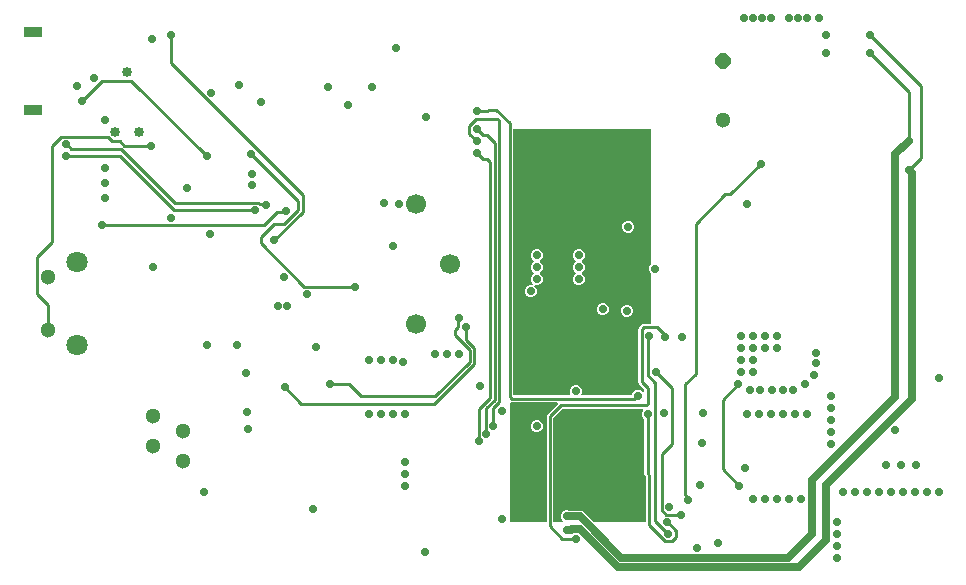
<source format=gbl>
G04*
G04 #@! TF.GenerationSoftware,Altium Limited,Altium Designer,21.5.1 (32)*
G04*
G04 Layer_Physical_Order=4*
G04 Layer_Color=16711680*
%FSLAX25Y25*%
%MOIN*%
G70*
G04*
G04 #@! TF.SameCoordinates,FA076E1F-1FF3-4579-943B-07A78E15B8C1*
G04*
G04*
G04 #@! TF.FilePolarity,Positive*
G04*
G01*
G75*
%ADD10C,0.01000*%
%ADD92C,0.03347*%
%ADD96C,0.03150*%
%ADD99C,0.02500*%
%ADD100C,0.06693*%
%ADD101P,0.05540X8X112.5*%
%ADD102C,0.05118*%
%ADD103C,0.07087*%
G04:AMPARAMS|DCode=104|XSize=35.43mil|YSize=62.99mil|CornerRadius=8.86mil|HoleSize=0mil|Usage=FLASHONLY|Rotation=270.000|XOffset=0mil|YOffset=0mil|HoleType=Round|Shape=RoundedRectangle|*
%AMROUNDEDRECTD104*
21,1,0.03543,0.04528,0,0,270.0*
21,1,0.01772,0.06299,0,0,270.0*
1,1,0.01772,-0.02264,-0.00886*
1,1,0.01772,-0.02264,0.00886*
1,1,0.01772,0.02264,0.00886*
1,1,0.01772,0.02264,-0.00886*
%
%ADD104ROUNDEDRECTD104*%
%ADD105C,0.02800*%
G36*
X212000Y107828D02*
X211805Y107633D01*
X211500Y106898D01*
Y106102D01*
X211805Y105367D01*
X212000Y105172D01*
Y88122D01*
X209586D01*
X209157Y88036D01*
X208793Y87793D01*
X208793Y87793D01*
X208207Y87207D01*
X207964Y86843D01*
X207878Y86414D01*
X207878Y86414D01*
Y68914D01*
X207878Y68914D01*
X207964Y68485D01*
X208207Y68121D01*
X209878Y66450D01*
Y65603D01*
X209609Y65482D01*
X209379Y65450D01*
X208865Y65963D01*
X208130Y66268D01*
X207334D01*
X206599Y65963D01*
X206037Y65401D01*
X205732Y64666D01*
Y64277D01*
X189103D01*
X188801Y64777D01*
X189000Y65258D01*
Y66053D01*
X188696Y66789D01*
X188133Y67351D01*
X187398Y67656D01*
X186602D01*
X185867Y67351D01*
X185304Y66789D01*
X185000Y66053D01*
Y65258D01*
X185199Y64777D01*
X184897Y64277D01*
X166122D01*
Y153000D01*
X212000D01*
Y107828D01*
D02*
G37*
G36*
X209550Y59378D02*
X209304Y59133D01*
X209000Y58398D01*
Y57602D01*
X209304Y56867D01*
X209867Y56305D01*
X209878Y56300D01*
Y38204D01*
X209878Y38204D01*
X209964Y37775D01*
X210207Y37411D01*
X210279Y37340D01*
Y22000D01*
X193135D01*
X189858Y25276D01*
X189247Y25685D01*
X188525Y25829D01*
X184811D01*
X184398Y26000D01*
X183602D01*
X182867Y25695D01*
X182305Y25133D01*
X182000Y24398D01*
Y23602D01*
X182305Y22867D01*
X182672Y22500D01*
X182465Y22000D01*
X179522D01*
Y56935D01*
X182465Y59878D01*
X209343D01*
X209550Y59378D01*
D02*
G37*
G36*
X165586Y62034D02*
X180741D01*
X180948Y61534D01*
X177607Y58193D01*
X177364Y57829D01*
X177278Y57400D01*
X177278Y57400D01*
Y22000D01*
X165000D01*
Y61668D01*
X165500Y62051D01*
X165586Y62034D01*
D02*
G37*
%LPC*%
G36*
X204898Y122500D02*
X204102D01*
X203367Y122195D01*
X202804Y121633D01*
X202500Y120898D01*
Y120102D01*
X202804Y119367D01*
X203367Y118805D01*
X204102Y118500D01*
X204898D01*
X205633Y118805D01*
X206195Y119367D01*
X206500Y120102D01*
Y120898D01*
X206195Y121633D01*
X205633Y122195D01*
X204898Y122500D01*
D02*
G37*
G36*
X188398Y113000D02*
X187602D01*
X186867Y112696D01*
X186304Y112133D01*
X186000Y111398D01*
Y110602D01*
X186304Y109867D01*
X186867Y109304D01*
X186999Y109250D01*
Y108750D01*
X186867Y108695D01*
X186304Y108133D01*
X186000Y107398D01*
Y106602D01*
X186304Y105867D01*
X186867Y105305D01*
X186999Y105250D01*
Y104750D01*
X186867Y104695D01*
X186304Y104133D01*
X186000Y103398D01*
Y102602D01*
X186304Y101867D01*
X186867Y101304D01*
X187602Y101000D01*
X188398D01*
X189133Y101304D01*
X189696Y101867D01*
X190000Y102602D01*
Y103398D01*
X189696Y104133D01*
X189133Y104695D01*
X189001Y104750D01*
Y105250D01*
X189133Y105305D01*
X189696Y105867D01*
X190000Y106602D01*
Y107398D01*
X189696Y108133D01*
X189133Y108695D01*
X189001Y108750D01*
Y109250D01*
X189133Y109304D01*
X189696Y109867D01*
X190000Y110602D01*
Y111398D01*
X189696Y112133D01*
X189133Y112696D01*
X188398Y113000D01*
D02*
G37*
G36*
X174398D02*
X173602D01*
X172867Y112696D01*
X172304Y112133D01*
X172000Y111398D01*
Y110602D01*
X172304Y109867D01*
X172867Y109304D01*
X172999Y109250D01*
Y108750D01*
X172867Y108695D01*
X172304Y108133D01*
X172000Y107398D01*
Y106602D01*
X172304Y105867D01*
X172867Y105305D01*
X172999Y105250D01*
Y104750D01*
X172867Y104695D01*
X172304Y104133D01*
X172000Y103398D01*
Y102602D01*
X172304Y101867D01*
X172795Y101377D01*
X172512Y100953D01*
X172398Y101000D01*
X171602D01*
X170867Y100696D01*
X170305Y100133D01*
X170000Y99398D01*
Y98602D01*
X170305Y97867D01*
X170867Y97304D01*
X171602Y97000D01*
X172398D01*
X173133Y97304D01*
X173696Y97867D01*
X174000Y98602D01*
Y99398D01*
X173696Y100133D01*
X173205Y100623D01*
X173488Y101047D01*
X173602Y101000D01*
X174398D01*
X175133Y101304D01*
X175696Y101867D01*
X176000Y102602D01*
Y103398D01*
X175696Y104133D01*
X175133Y104695D01*
X175001Y104750D01*
Y105250D01*
X175133Y105305D01*
X175696Y105867D01*
X176000Y106602D01*
Y107398D01*
X175696Y108133D01*
X175133Y108695D01*
X175001Y108750D01*
Y109250D01*
X175133Y109304D01*
X175696Y109867D01*
X176000Y110602D01*
Y111398D01*
X175696Y112133D01*
X175133Y112696D01*
X174398Y113000D01*
D02*
G37*
G36*
X196398Y95000D02*
X195602D01*
X194867Y94696D01*
X194305Y94133D01*
X194000Y93398D01*
Y92602D01*
X194305Y91867D01*
X194867Y91304D01*
X195602Y91000D01*
X196398D01*
X197133Y91304D01*
X197696Y91867D01*
X198000Y92602D01*
Y93398D01*
X197696Y94133D01*
X197133Y94696D01*
X196398Y95000D01*
D02*
G37*
G36*
X204398Y94500D02*
X203602D01*
X202867Y94195D01*
X202305Y93633D01*
X202000Y92898D01*
Y92102D01*
X202305Y91367D01*
X202867Y90804D01*
X203602Y90500D01*
X204398D01*
X205133Y90804D01*
X205696Y91367D01*
X206000Y92102D01*
Y92898D01*
X205696Y93633D01*
X205133Y94195D01*
X204398Y94500D01*
D02*
G37*
G36*
X174398Y56000D02*
X173602D01*
X172867Y55695D01*
X172304Y55133D01*
X172000Y54398D01*
Y53602D01*
X172304Y52867D01*
X172867Y52305D01*
X173602Y52000D01*
X174398D01*
X175133Y52305D01*
X175696Y52867D01*
X176000Y53602D01*
Y54398D01*
X175696Y55133D01*
X175133Y55695D01*
X174398Y56000D01*
D02*
G37*
%LPD*%
D10*
X165000Y63741D02*
Y155000D01*
X160500Y159500D02*
X165000Y155000D01*
X165586Y63156D02*
X206246D01*
X165000Y63741D02*
X165586Y63156D01*
X238430Y131328D02*
X248602Y141500D01*
X227000Y121500D02*
X236828Y131328D01*
X238430D01*
X154193Y153000D02*
X156097Y151096D01*
X153900Y153000D02*
X154193D01*
X154207Y145000D02*
X156104Y143103D01*
X153900Y159000D02*
X157400D01*
X156097Y151096D02*
X157404D01*
X153865Y156500D02*
X160914D01*
X151400Y154035D02*
X153865Y156500D01*
X153900Y145000D02*
X154207D01*
X151400Y151500D02*
Y154035D01*
X156104Y143103D02*
X157411D01*
X151400Y151500D02*
X153900Y149000D01*
X146569Y86081D02*
X147656Y87169D01*
Y89656D01*
X146569Y84398D02*
Y86081D01*
X147656Y89656D02*
X148000Y90000D01*
X146569Y84398D02*
X151600Y79366D01*
X157411Y143103D02*
X158300Y142214D01*
X157900Y159500D02*
X160500D01*
X157404Y151096D02*
X159900Y148600D01*
X157400Y159000D02*
X157900Y159500D01*
X211000Y38204D02*
X211400Y37804D01*
X211000Y38204D02*
Y58000D01*
Y71098D02*
X213500Y68598D01*
Y22374D02*
X217673Y18201D01*
X213500Y22374D02*
Y68598D01*
X211400Y21154D02*
X216853Y15701D01*
X211400Y21154D02*
Y37804D01*
X209000Y68914D02*
X211000Y66914D01*
Y61586D02*
Y66914D01*
X210414Y61000D02*
X211000Y61586D01*
X182000Y61000D02*
X210414D01*
X211000Y71098D02*
Y82527D01*
X211156Y83669D02*
X211500Y84013D01*
X211156Y82683D02*
Y83669D01*
X211000Y82527D02*
X211156Y82683D01*
X209000Y86414D02*
X209586Y87000D01*
X209000Y68914D02*
Y86414D01*
X209586Y87000D02*
X213987D01*
X207359Y64268D02*
X207732D01*
X206246Y63156D02*
X207359Y64268D01*
X178400Y20620D02*
Y57400D01*
X182000Y61000D01*
X217670Y21955D02*
X220389Y19236D01*
X215600Y25992D02*
Y44613D01*
X220389Y17165D02*
Y19236D01*
X215600Y44613D02*
X219000Y48013D01*
Y66634D01*
X216853Y15701D02*
X218924D01*
X215600Y25992D02*
X217092Y24500D01*
X213634Y72000D02*
X219000Y66634D01*
X218924Y15701D02*
X220389Y17165D01*
X217673Y18201D02*
X217888D01*
X217455Y21955D02*
X217670D01*
X217092Y24500D02*
X222000D01*
X95468Y61532D02*
X139794D01*
X90000Y67000D02*
X95468Y61532D01*
X105000Y68000D02*
X111401D01*
X115401Y64000D01*
X182533Y16487D02*
X187000D01*
X178400Y20620D02*
X182533Y16487D01*
X213987Y87000D02*
X216675Y84312D01*
X160914Y156500D02*
X161500Y155914D01*
Y62237D02*
Y155914D01*
X157000Y60000D02*
X159900Y62900D01*
Y148600D01*
X235931Y62932D02*
X241000Y68000D01*
X223500Y68036D02*
X227000Y71535D01*
X224500Y29500D02*
Y29986D01*
X223500Y30986D02*
Y68036D01*
Y30986D02*
X224500Y29986D01*
X235931Y39616D02*
Y62932D01*
X302000Y143370D02*
Y167500D01*
X298000Y139370D02*
X302000Y143370D01*
X285000Y184500D02*
X302000Y167500D01*
X285000Y178500D02*
X298000Y165500D01*
Y149213D02*
Y165500D01*
X227000Y71535D02*
Y121500D01*
X158300Y63563D02*
Y142214D01*
X154596Y59859D02*
X158300Y63563D01*
X159500Y60237D02*
X161500Y62237D01*
X153200Y74937D02*
Y80029D01*
X139794Y61532D02*
X153200Y74937D01*
X151600Y75600D02*
Y79366D01*
X140000Y64000D02*
X151600Y75600D01*
X150500Y82729D02*
X153200Y80029D01*
X150500Y82729D02*
Y87000D01*
X115401Y64000D02*
X140000D01*
X159500Y54000D02*
Y60237D01*
X154596Y49288D02*
X154692Y49192D01*
X154596Y49288D02*
Y59859D01*
X157000Y51692D02*
Y60000D01*
Y51692D02*
X157096Y51596D01*
X30939Y150500D02*
X32311Y149128D01*
X34918D01*
X36547Y147500D01*
X15500Y150500D02*
X30939D01*
X12500Y147500D02*
X15500Y150500D01*
X12500Y115500D02*
Y147500D01*
X7341Y110341D02*
X12500Y115500D01*
X35000Y144000D02*
X52898Y126102D01*
X17000Y144000D02*
X35000D01*
X36547Y147500D02*
X45500D01*
X35284Y146500D02*
X53278Y128506D01*
X17357Y148000D02*
X18857Y146500D01*
X35284D01*
X96000Y125464D02*
Y131000D01*
X86536Y116000D02*
X96000Y125464D01*
X52000Y175000D02*
X96000Y131000D01*
X83024Y121000D02*
X87508Y125483D01*
X89983D02*
X90328Y125828D01*
X87508Y125483D02*
X89983D01*
X29000Y121000D02*
X83024D01*
X82000Y114964D02*
Y117035D01*
X86530Y121566D02*
X89838D01*
X82000Y117035D02*
X86530Y121566D01*
X86500Y116000D02*
X86536D01*
X96465Y100500D02*
X113500D01*
X82000Y114964D02*
X96465Y100500D01*
X216675Y83825D02*
Y84312D01*
X235931Y39616D02*
X241547Y34000D01*
X78732Y144732D02*
X94369Y129096D01*
X89838Y121566D02*
X94369Y126096D01*
Y129096D01*
X52000Y175000D02*
Y184500D01*
X38872Y169128D02*
X64000Y144000D01*
X29128Y169128D02*
X38872D01*
X83273Y128118D02*
X83617Y127774D01*
X79066Y128602D02*
X81138D01*
X81621Y128118D02*
X83273D01*
X81138Y128602D02*
X81621Y128118D01*
X7341Y98003D02*
Y110341D01*
X11000Y86000D02*
Y94344D01*
X7341Y98003D02*
X11000Y94344D01*
X22500Y162500D02*
X29128Y169128D01*
X52898Y126102D02*
X80102D01*
X53278Y128506D02*
X78971D01*
X79066Y128602D01*
X17000Y148000D02*
X17357D01*
D92*
X37500Y172000D02*
D03*
X41500Y152000D02*
D03*
X33500D02*
D03*
D96*
X198949Y46811D02*
D03*
X203279D02*
D03*
X198949Y42480D02*
D03*
X203279D02*
D03*
X198949Y38150D02*
D03*
X203279D02*
D03*
X198949Y33819D02*
D03*
X203279D02*
D03*
X198949Y29488D02*
D03*
X203279D02*
D03*
X198949Y25157D02*
D03*
X203279D02*
D03*
D99*
X201083Y7000D02*
X261500D01*
X184057Y23943D02*
X188525D01*
X184000Y24000D02*
X184057Y23943D01*
X184000Y19276D02*
X184057Y19333D01*
X185250D02*
X185654Y19737D01*
X188346D02*
X201083Y7000D01*
X185654Y19737D02*
X188346D01*
X188525Y23943D02*
X202217Y10250D01*
X257750D01*
X184057Y19333D02*
X185250D01*
X257750Y10250D02*
X265616Y18116D01*
Y36000D01*
X261500Y7000D02*
X270500Y16000D01*
Y34500D01*
X299000Y63000D01*
Y138289D01*
X293500Y144713D02*
X298000Y149213D01*
Y149213D01*
X293500Y63884D02*
Y144713D01*
X265616Y36000D02*
X293500Y63884D01*
X298000Y139289D02*
Y139370D01*
Y139289D02*
X299000Y138289D01*
D100*
X133622Y88000D02*
D03*
Y128000D02*
D03*
X145000Y108000D02*
D03*
D101*
X236000Y175842D02*
D03*
D102*
Y156158D02*
D03*
X11000Y86000D02*
D03*
Y103717D02*
D03*
X56000Y42500D02*
D03*
X46000Y47500D02*
D03*
X56000Y52500D02*
D03*
X46000Y57500D02*
D03*
D103*
X20803Y81059D02*
D03*
Y108658D02*
D03*
D104*
X6000Y185592D02*
D03*
X6197Y159400D02*
D03*
D105*
X46000Y107000D02*
D03*
X65000Y118000D02*
D03*
X168000Y76000D02*
D03*
X196000Y93000D02*
D03*
X172000Y99000D02*
D03*
X129318Y75318D02*
D03*
X126000Y114000D02*
D03*
X128000Y128000D02*
D03*
X122937Y128469D02*
D03*
X248602Y141500D02*
D03*
X244000Y128000D02*
D03*
X243000Y190000D02*
D03*
X246000D02*
D03*
X249000D02*
D03*
X252000D02*
D03*
X268000D02*
D03*
X264000D02*
D03*
X261000D02*
D03*
X258000D02*
D03*
X153900Y145000D02*
D03*
Y149000D02*
D03*
Y159000D02*
D03*
Y153000D02*
D03*
X148000Y90000D02*
D03*
X211000Y58000D02*
D03*
X208454Y37214D02*
D03*
X211500Y84013D02*
D03*
X174500Y41000D02*
D03*
X204500Y82500D02*
D03*
X187000Y65656D02*
D03*
X192000Y76000D02*
D03*
X207732Y64268D02*
D03*
X174000Y54000D02*
D03*
X217888Y18201D02*
D03*
X216500Y58500D02*
D03*
X218100Y27028D02*
D03*
X90000Y67000D02*
D03*
X105000Y68000D02*
D03*
X187000Y16487D02*
D03*
X184000Y24000D02*
D03*
Y19276D02*
D03*
X174000Y126000D02*
D03*
Y130000D02*
D03*
Y134000D02*
D03*
X157096Y51596D02*
D03*
X217455Y21955D02*
D03*
X222000Y24500D02*
D03*
X224500Y29500D02*
D03*
X154692Y49192D02*
D03*
X159500Y54000D02*
D03*
X267000Y78500D02*
D03*
X266500Y71000D02*
D03*
X263500Y68000D02*
D03*
X259500Y66000D02*
D03*
X227487Y13500D02*
D03*
X234527Y15072D02*
D03*
X241000Y68000D02*
D03*
X229500Y58500D02*
D03*
X293298Y52702D02*
D03*
X285000Y184500D02*
D03*
Y178500D02*
D03*
X45756Y183000D02*
D03*
X148000Y78000D02*
D03*
X150500Y87000D02*
D03*
X162500Y59000D02*
D03*
X174000Y103000D02*
D03*
X90328Y125828D02*
D03*
X86500Y116000D02*
D03*
X89714Y103715D02*
D03*
X97362Y98000D02*
D03*
X213634Y72000D02*
D03*
X222378Y83878D02*
D03*
X216675Y83825D02*
D03*
X267000Y75000D02*
D03*
X243500Y40000D02*
D03*
X245000Y66000D02*
D03*
X248500D02*
D03*
X252500D02*
D03*
X256000D02*
D03*
X244007Y57993D02*
D03*
X229000Y48500D02*
D03*
X228500Y34500D02*
D03*
X162500Y23000D02*
D03*
X241547Y34000D02*
D03*
X65518Y165018D02*
D03*
X52000Y184500D02*
D03*
X78732Y144732D02*
D03*
X270500Y178500D02*
D03*
Y184500D02*
D03*
X174000Y107000D02*
D03*
X276000Y32000D02*
D03*
X280000D02*
D03*
X155000Y67500D02*
D03*
X298000Y139370D02*
D03*
Y149213D02*
D03*
X174000Y111000D02*
D03*
X204000Y92500D02*
D03*
X204500Y120500D02*
D03*
X188000Y111000D02*
D03*
X213500Y106500D02*
D03*
X188000Y103000D02*
D03*
X272000Y48000D02*
D03*
Y52000D02*
D03*
Y56000D02*
D03*
X308000Y32000D02*
D03*
X304000D02*
D03*
X300000D02*
D03*
X296000D02*
D03*
X292000D02*
D03*
X288000D02*
D03*
X284000D02*
D03*
X300500Y41000D02*
D03*
X295500D02*
D03*
X290500D02*
D03*
X144000Y78000D02*
D03*
X130000Y58000D02*
D03*
X126000D02*
D03*
X122000D02*
D03*
X118000D02*
D03*
X126000Y76000D02*
D03*
X122000D02*
D03*
X118000D02*
D03*
X140000Y78000D02*
D03*
X130000Y34000D02*
D03*
Y38000D02*
D03*
Y42000D02*
D03*
X242000Y84000D02*
D03*
Y72000D02*
D03*
Y76000D02*
D03*
Y80000D02*
D03*
X246000Y84000D02*
D03*
X250000D02*
D03*
X254000D02*
D03*
Y80000D02*
D03*
X250000D02*
D03*
X246000D02*
D03*
Y72000D02*
D03*
Y76000D02*
D03*
X250000Y29650D02*
D03*
X262000D02*
D03*
X254000D02*
D03*
X246000D02*
D03*
X258000D02*
D03*
X188000Y76000D02*
D03*
X184000D02*
D03*
X176000D02*
D03*
X172000D02*
D03*
X188000Y126000D02*
D03*
Y130000D02*
D03*
Y134000D02*
D03*
Y138000D02*
D03*
X174000D02*
D03*
X188000Y107000D02*
D03*
X308000Y70000D02*
D03*
X274000Y22000D02*
D03*
Y10000D02*
D03*
Y14000D02*
D03*
X272000Y60000D02*
D03*
Y64000D02*
D03*
X274000Y18000D02*
D03*
X264000Y58000D02*
D03*
X260000D02*
D03*
X256000D02*
D03*
X252000D02*
D03*
X248000D02*
D03*
X136744Y12000D02*
D03*
X83617Y127774D02*
D03*
X113500Y100500D02*
D03*
X99528Y26528D02*
D03*
X77138Y71862D02*
D03*
X77362Y58862D02*
D03*
X77638Y53138D02*
D03*
X63000Y32000D02*
D03*
X100500Y80500D02*
D03*
X52000Y123500D02*
D03*
X45500Y147500D02*
D03*
X30000Y156000D02*
D03*
X57518Y133518D02*
D03*
X22500Y162500D02*
D03*
X26482Y170018D02*
D03*
X64000Y144000D02*
D03*
X78929Y134374D02*
D03*
X104500Y167000D02*
D03*
X111015Y160987D02*
D03*
X74862Y167638D02*
D03*
X64000Y81000D02*
D03*
X74000D02*
D03*
X90862Y94138D02*
D03*
X87862D02*
D03*
X137000Y157000D02*
D03*
X79000Y138000D02*
D03*
X81945Y161945D02*
D03*
X119000Y167000D02*
D03*
X127000Y180000D02*
D03*
X80102Y126102D02*
D03*
X29000Y121000D02*
D03*
X30000Y140000D02*
D03*
Y135000D02*
D03*
Y130000D02*
D03*
X20600Y167400D02*
D03*
X17000Y144000D02*
D03*
Y148000D02*
D03*
M02*

</source>
